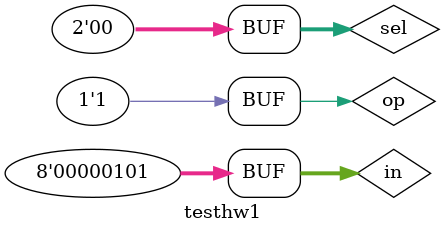
<source format=sv>
`timescale 1ns/1ps

module Exercise_1 ( MyInput, MyConstantSelect, MyOperation, MyOutput ); 
	input [7:0] MyInput;
	input [1:0] MyConstantSelect; // 0: Constant = 1, 1: Constant = 3, 2: Constant = 5, 3: Constant = 7 
	input MyOperation; // 1 for Subtraction, 0 for Addition 
	output [7:0] MyOutput; 

logic [7:0] out;
logic [3:0] cons;
always_comb begin
	cons = (2'b10 *MyConstantSelect) + 1;
	out = (MyOperation ? MyInput + 1 + ~cons : MyInput + cons);
end 
assign MyOutput = out;

endmodule


module testhw1;

	logic [7:0] in;
	logic [1:0] sel;
	logic op;
	logic [7:0] out;



	Exercise_1 ex (
		.MyInput(in),
		.MyConstantSelect(sel),
		.MyOperation(op),
		.MyOutput(out)
	);

	initial begin
		in = 8'b00000101;
		sel = 2'b10;
		op = 1'b0;

		#10

		op = 1'b1;

		#10

		sel = 2'b01;

		#10

		sel = 2'b00;




	end


endmodule




</source>
